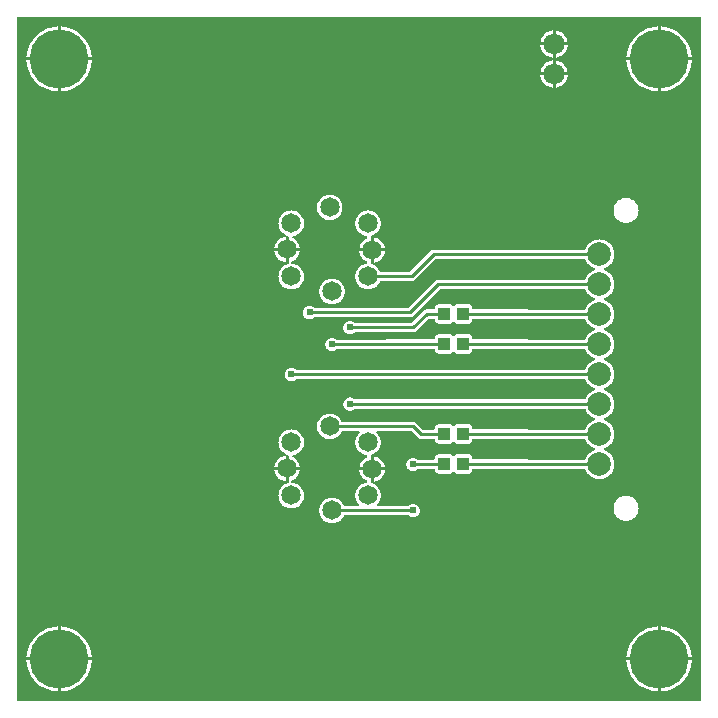
<source format=gtl>
G04 Layer: TopLayer*
G04 EasyEDA v6.5.32, 2023-07-25 14:04:49*
G04 8e188c12afc0457c9e824fecad8258c0,5a6b42c53f6a479593ecc07194224c93,10*
G04 Gerber Generator version 0.2*
G04 Scale: 100 percent, Rotated: No, Reflected: No *
G04 Dimensions in millimeters *
G04 leading zeros omitted , absolute positions ,4 integer and 5 decimal *
%FSLAX45Y45*%
%MOMM*%

%ADD10C,0.2540*%
%ADD11R,1.0000X1.1000*%
%ADD12C,1.6500*%
%ADD13C,5.0000*%
%ADD14C,2.0000*%
%ADD15C,1.8000*%
%ADD16C,0.6096*%
%ADD17C,0.0125*%

%LPD*%
G36*
X5805932Y25908D02*
G01*
X36068Y26416D01*
X32156Y27178D01*
X28905Y29362D01*
X26670Y32664D01*
X25908Y36576D01*
X25908Y5805932D01*
X26670Y5809843D01*
X28905Y5813094D01*
X32156Y5815330D01*
X36068Y5816092D01*
X5805932Y5816092D01*
X5809843Y5815330D01*
X5813094Y5813094D01*
X5815330Y5809843D01*
X5816092Y5805932D01*
X5816092Y36068D01*
X5815330Y32207D01*
X5813094Y28905D01*
X5809843Y26670D01*
G37*

%LPC*%
G36*
X4584700Y5600700D02*
G01*
X4687112Y5600700D01*
X4686960Y5602528D01*
X4684268Y5616803D01*
X4679746Y5630672D01*
X4673549Y5643829D01*
X4665776Y5656122D01*
X4656480Y5667349D01*
X4645863Y5677306D01*
X4634077Y5685840D01*
X4621326Y5692851D01*
X4607814Y5698236D01*
X4593691Y5701842D01*
X4584700Y5702960D01*
G37*
G36*
X393700Y105562D02*
G01*
X398322Y105664D01*
X421284Y108051D01*
X443992Y112369D01*
X466242Y118618D01*
X487934Y126644D01*
X508812Y136499D01*
X528828Y148031D01*
X547827Y161239D01*
X565607Y175971D01*
X582117Y192125D01*
X597204Y209600D01*
X610819Y228295D01*
X622757Y248107D01*
X633018Y268782D01*
X641553Y290271D01*
X648208Y312369D01*
X653034Y334975D01*
X655929Y357936D01*
X656336Y368300D01*
X393700Y368300D01*
G37*
G36*
X5448300Y105613D02*
G01*
X5448300Y368300D01*
X5185410Y368300D01*
X5187289Y346405D01*
X5191150Y323646D01*
X5196890Y301244D01*
X5204460Y279450D01*
X5213858Y258317D01*
X5224983Y238099D01*
X5237784Y218846D01*
X5252161Y200710D01*
X5267960Y183896D01*
X5285130Y168402D01*
X5303520Y154432D01*
X5323027Y142087D01*
X5343499Y131368D01*
X5364835Y122428D01*
X5386781Y115265D01*
X5409285Y109982D01*
X5432145Y106629D01*
G37*
G36*
X368300Y105613D02*
G01*
X368300Y368300D01*
X105410Y368300D01*
X107289Y346405D01*
X111150Y323646D01*
X116890Y301244D01*
X124460Y279450D01*
X133858Y258317D01*
X144983Y238099D01*
X157784Y218846D01*
X172161Y200710D01*
X187960Y183896D01*
X205130Y168402D01*
X223520Y154432D01*
X243027Y142087D01*
X263499Y131368D01*
X284835Y122428D01*
X306781Y115265D01*
X329285Y109982D01*
X352145Y106629D01*
G37*
G36*
X5473700Y393700D02*
G01*
X5736336Y393700D01*
X5735929Y404063D01*
X5733034Y427024D01*
X5728208Y449630D01*
X5721553Y471728D01*
X5713018Y493217D01*
X5702757Y513892D01*
X5690819Y533704D01*
X5677204Y552348D01*
X5662117Y569874D01*
X5645607Y586028D01*
X5627827Y600760D01*
X5608828Y613968D01*
X5588812Y625500D01*
X5567934Y635355D01*
X5546242Y643382D01*
X5523992Y649630D01*
X5501284Y653948D01*
X5478322Y656336D01*
X5473700Y656437D01*
G37*
G36*
X393700Y393700D02*
G01*
X656336Y393700D01*
X655929Y404063D01*
X653034Y427024D01*
X648208Y449630D01*
X641553Y471728D01*
X633018Y493217D01*
X622757Y513892D01*
X610819Y533704D01*
X597204Y552348D01*
X582117Y569874D01*
X565607Y586028D01*
X547827Y600760D01*
X528828Y613968D01*
X508812Y625500D01*
X487934Y635355D01*
X466242Y643382D01*
X443992Y649630D01*
X421284Y653948D01*
X398322Y656336D01*
X393700Y656437D01*
G37*
G36*
X5185410Y393700D02*
G01*
X5448300Y393700D01*
X5448300Y656386D01*
X5432145Y655370D01*
X5409285Y652018D01*
X5386781Y646734D01*
X5364835Y639572D01*
X5343499Y630631D01*
X5323027Y619912D01*
X5303520Y607568D01*
X5285130Y593598D01*
X5267960Y578104D01*
X5252161Y561289D01*
X5237784Y543153D01*
X5224983Y523900D01*
X5213858Y503682D01*
X5204460Y482549D01*
X5196890Y460756D01*
X5191150Y438353D01*
X5187289Y415594D01*
G37*
G36*
X105410Y393700D02*
G01*
X368300Y393700D01*
X368300Y656386D01*
X352145Y655370D01*
X329285Y652018D01*
X306781Y646734D01*
X284835Y639572D01*
X263499Y630631D01*
X243027Y619912D01*
X223520Y607568D01*
X205130Y593598D01*
X187960Y578104D01*
X172161Y561289D01*
X157784Y543153D01*
X144983Y523900D01*
X133858Y503682D01*
X124460Y482549D01*
X116890Y460756D01*
X111150Y438353D01*
X107289Y415594D01*
G37*
G36*
X2692400Y1529892D02*
G01*
X2706522Y1530858D01*
X2720441Y1533601D01*
X2733852Y1538173D01*
X2746552Y1544421D01*
X2758389Y1552295D01*
X2769006Y1561642D01*
X2778353Y1572310D01*
X2786227Y1584096D01*
X2791155Y1594002D01*
X2793390Y1596999D01*
X2796590Y1598980D01*
X2800248Y1599692D01*
X3333191Y1599692D01*
X3337102Y1598930D01*
X3340404Y1596694D01*
X3341979Y1595120D01*
X3350006Y1589481D01*
X3358946Y1585366D01*
X3368395Y1582826D01*
X3378200Y1581962D01*
X3388004Y1582826D01*
X3397453Y1585366D01*
X3406394Y1589481D01*
X3414420Y1595120D01*
X3421379Y1602079D01*
X3427018Y1610106D01*
X3431133Y1619046D01*
X3433673Y1628495D01*
X3434537Y1638300D01*
X3433673Y1648104D01*
X3431133Y1657553D01*
X3427018Y1666493D01*
X3421379Y1674520D01*
X3414420Y1681480D01*
X3406394Y1687118D01*
X3397453Y1691233D01*
X3388004Y1693773D01*
X3378200Y1694637D01*
X3368395Y1693773D01*
X3358946Y1691233D01*
X3350006Y1687118D01*
X3341979Y1681480D01*
X3340404Y1679905D01*
X3337102Y1677670D01*
X3333191Y1676907D01*
X3085947Y1676907D01*
X3082137Y1677619D01*
X3078937Y1679702D01*
X3076702Y1682851D01*
X3075787Y1686610D01*
X3076346Y1690420D01*
X3078327Y1693773D01*
X3083153Y1699310D01*
X3091027Y1711096D01*
X3097326Y1723796D01*
X3101898Y1737258D01*
X3104642Y1751126D01*
X3105556Y1765300D01*
X3104642Y1779422D01*
X3101898Y1793341D01*
X3097326Y1806752D01*
X3091027Y1819503D01*
X3083153Y1831289D01*
X3073806Y1841957D01*
X3063189Y1851304D01*
X3051352Y1859178D01*
X3042361Y1863598D01*
X3038906Y1866392D01*
X3038094Y1868017D01*
X3035300Y1867357D01*
X3031490Y1867865D01*
X3026410Y1869592D01*
X3022854Y1871725D01*
X3020415Y1875129D01*
X3019552Y1879193D01*
X3019552Y1977643D01*
X2924708Y1977643D01*
X2924759Y1976170D01*
X2927553Y1962302D01*
X2932125Y1948840D01*
X2938373Y1936140D01*
X2946247Y1924354D01*
X2955594Y1913686D01*
X2966262Y1904339D01*
X2978048Y1896465D01*
X2987090Y1891995D01*
X2990494Y1889252D01*
X2992475Y1885340D01*
X2992577Y1880920D01*
X2990799Y1876907D01*
X2987497Y1874012D01*
X2983026Y1872742D01*
X2969107Y1869998D01*
X2955696Y1865426D01*
X2942996Y1859178D01*
X2931210Y1851304D01*
X2920542Y1841957D01*
X2911195Y1831289D01*
X2903321Y1819503D01*
X2897073Y1806752D01*
X2892501Y1793341D01*
X2889707Y1779422D01*
X2888792Y1765300D01*
X2889707Y1751126D01*
X2892501Y1737258D01*
X2897073Y1723796D01*
X2903321Y1711096D01*
X2911195Y1699310D01*
X2916072Y1693773D01*
X2918002Y1690420D01*
X2918561Y1686610D01*
X2917698Y1682851D01*
X2915462Y1679702D01*
X2912211Y1677619D01*
X2908401Y1676907D01*
X2800248Y1676907D01*
X2796590Y1677619D01*
X2793390Y1679549D01*
X2791155Y1682546D01*
X2786227Y1692503D01*
X2778353Y1704289D01*
X2769006Y1714957D01*
X2758389Y1724304D01*
X2746552Y1732178D01*
X2733852Y1738426D01*
X2720441Y1742998D01*
X2706522Y1745742D01*
X2692400Y1746656D01*
X2678226Y1745742D01*
X2664307Y1742998D01*
X2650896Y1738426D01*
X2638196Y1732178D01*
X2626410Y1724304D01*
X2615742Y1714957D01*
X2606395Y1704289D01*
X2598521Y1692503D01*
X2592273Y1679752D01*
X2587701Y1666341D01*
X2584907Y1652422D01*
X2583992Y1638300D01*
X2584907Y1624126D01*
X2587701Y1610258D01*
X2592273Y1596796D01*
X2598521Y1584096D01*
X2606395Y1572310D01*
X2615742Y1561642D01*
X2626410Y1552295D01*
X2638196Y1544421D01*
X2650896Y1538173D01*
X2664307Y1533601D01*
X2678226Y1530858D01*
G37*
G36*
X5181600Y1551736D02*
G01*
X5195417Y1552600D01*
X5208981Y1555343D01*
X5222138Y1559763D01*
X5234533Y1565910D01*
X5246065Y1573580D01*
X5256479Y1582724D01*
X5265623Y1593138D01*
X5273294Y1604670D01*
X5279440Y1617065D01*
X5283860Y1630222D01*
X5286603Y1643786D01*
X5287467Y1657604D01*
X5286603Y1671421D01*
X5283860Y1684985D01*
X5279440Y1698142D01*
X5273294Y1710537D01*
X5265623Y1722069D01*
X5256479Y1732483D01*
X5246065Y1741627D01*
X5234533Y1749298D01*
X5222138Y1755444D01*
X5208981Y1759864D01*
X5195417Y1762607D01*
X5181600Y1763471D01*
X5167782Y1762607D01*
X5154218Y1759864D01*
X5141061Y1755444D01*
X5128666Y1749298D01*
X5117134Y1741627D01*
X5106720Y1732483D01*
X5097576Y1722069D01*
X5089906Y1710537D01*
X5083759Y1698142D01*
X5079339Y1684985D01*
X5076596Y1671421D01*
X5075732Y1657604D01*
X5076596Y1643786D01*
X5079339Y1630222D01*
X5083759Y1617065D01*
X5089906Y1604670D01*
X5097576Y1593138D01*
X5106720Y1582724D01*
X5117134Y1573580D01*
X5128666Y1565910D01*
X5141061Y1559763D01*
X5154218Y1555343D01*
X5167782Y1552600D01*
G37*
G36*
X4456887Y5600700D02*
G01*
X4559300Y5600700D01*
X4559300Y5702960D01*
X4550308Y5701842D01*
X4536186Y5698236D01*
X4522673Y5692851D01*
X4509922Y5685840D01*
X4498136Y5677306D01*
X4487519Y5667349D01*
X4478223Y5656122D01*
X4470450Y5643829D01*
X4464253Y5630672D01*
X4459732Y5616803D01*
X4457039Y5602528D01*
G37*
G36*
X2347214Y1656892D02*
G01*
X2361336Y1657857D01*
X2375255Y1660601D01*
X2388666Y1665173D01*
X2401366Y1671421D01*
X2413203Y1679295D01*
X2423820Y1688642D01*
X2433167Y1699310D01*
X2441041Y1711096D01*
X2447340Y1723796D01*
X2451912Y1737258D01*
X2454656Y1751126D01*
X2455570Y1765300D01*
X2454656Y1779422D01*
X2451912Y1793341D01*
X2447340Y1806752D01*
X2441041Y1819503D01*
X2433167Y1831289D01*
X2423820Y1841957D01*
X2413203Y1851304D01*
X2401366Y1859178D01*
X2388666Y1865426D01*
X2375255Y1869998D01*
X2361336Y1872742D01*
X2353310Y1873300D01*
X2349500Y1874316D01*
X2346350Y1876704D01*
X2344369Y1880158D01*
X2343861Y1884070D01*
X2344877Y1887931D01*
X2347315Y1891030D01*
X2350719Y1893062D01*
X2352852Y1893773D01*
X2365552Y1900021D01*
X2377389Y1907895D01*
X2388006Y1917242D01*
X2397353Y1927910D01*
X2405227Y1939696D01*
X2411526Y1952396D01*
X2416098Y1965858D01*
X2418842Y1979726D01*
X2418943Y1981200D01*
X2324100Y1981200D01*
X2324100Y1878939D01*
X2323236Y1874875D01*
X2320798Y1871472D01*
X2317191Y1869338D01*
X2312111Y1867611D01*
X2309825Y1867255D01*
X2305710Y1865426D01*
X2293010Y1859178D01*
X2281224Y1851304D01*
X2270556Y1841957D01*
X2261209Y1831289D01*
X2253335Y1819503D01*
X2247087Y1806752D01*
X2242515Y1793341D01*
X2239721Y1779422D01*
X2238806Y1765300D01*
X2239721Y1751126D01*
X2242515Y1737258D01*
X2247087Y1723796D01*
X2253335Y1711096D01*
X2261209Y1699310D01*
X2270556Y1688642D01*
X2281224Y1679295D01*
X2293010Y1671421D01*
X2305710Y1665173D01*
X2319121Y1660601D01*
X2333040Y1657857D01*
G37*
G36*
X105410Y5473700D02*
G01*
X368300Y5473700D01*
X368300Y5736386D01*
X352145Y5735370D01*
X329285Y5732018D01*
X306781Y5726734D01*
X284835Y5719572D01*
X263499Y5710631D01*
X243027Y5699912D01*
X223520Y5687568D01*
X205130Y5673598D01*
X187960Y5658104D01*
X172161Y5641289D01*
X157784Y5623153D01*
X144983Y5603900D01*
X133858Y5583682D01*
X124460Y5562549D01*
X116890Y5540756D01*
X111150Y5518353D01*
X107289Y5495594D01*
G37*
G36*
X5185410Y5473700D02*
G01*
X5448300Y5473700D01*
X5448300Y5736386D01*
X5432145Y5735370D01*
X5409285Y5732018D01*
X5386781Y5726734D01*
X5364835Y5719572D01*
X5343499Y5710631D01*
X5323027Y5699912D01*
X5303520Y5687568D01*
X5285130Y5673598D01*
X5267960Y5658104D01*
X5252161Y5641289D01*
X5237784Y5623153D01*
X5224983Y5603900D01*
X5213858Y5583682D01*
X5204460Y5562549D01*
X5196890Y5540756D01*
X5191150Y5518353D01*
X5187289Y5495594D01*
G37*
G36*
X5473700Y5473700D02*
G01*
X5736336Y5473700D01*
X5735929Y5484063D01*
X5733034Y5507024D01*
X5728208Y5529630D01*
X5721553Y5551728D01*
X5713018Y5573217D01*
X5702757Y5593892D01*
X5690819Y5613704D01*
X5677204Y5632348D01*
X5662117Y5649874D01*
X5645607Y5666028D01*
X5627827Y5680760D01*
X5608828Y5693968D01*
X5588812Y5705500D01*
X5567934Y5715355D01*
X5546242Y5723382D01*
X5523992Y5729630D01*
X5501284Y5733948D01*
X5478322Y5736336D01*
X5473700Y5736437D01*
G37*
G36*
X3044952Y1882495D02*
G01*
X3060293Y1885645D01*
X3073704Y1890217D01*
X3086404Y1896465D01*
X3098241Y1904339D01*
X3108858Y1913686D01*
X3118205Y1924354D01*
X3126079Y1936140D01*
X3132378Y1948840D01*
X3136950Y1962302D01*
X3139694Y1976170D01*
X3139795Y1977643D01*
X3044952Y1977643D01*
G37*
G36*
X2298700Y1886356D02*
G01*
X2298700Y1981200D01*
X2203856Y1981200D01*
X2203907Y1979726D01*
X2206701Y1965858D01*
X2211273Y1952396D01*
X2217521Y1939696D01*
X2225395Y1927910D01*
X2234742Y1917242D01*
X2245410Y1907895D01*
X2257196Y1900021D01*
X2269896Y1893773D01*
X2283307Y1889201D01*
X2297226Y1886457D01*
G37*
G36*
X4956606Y1903323D02*
G01*
X4971745Y1904238D01*
X4986731Y1906981D01*
X5001209Y1911502D01*
X5015077Y1917750D01*
X5028082Y1925574D01*
X5040071Y1934972D01*
X5050840Y1945741D01*
X5060188Y1957679D01*
X5068062Y1970684D01*
X5074310Y1984552D01*
X5078831Y1999081D01*
X5081574Y2014016D01*
X5082489Y2029206D01*
X5081574Y2044395D01*
X5078831Y2059330D01*
X5074310Y2073859D01*
X5068062Y2087676D01*
X5060188Y2100732D01*
X5050840Y2112670D01*
X5040071Y2123440D01*
X5028082Y2132787D01*
X5015077Y2140661D01*
X5001158Y2146909D01*
X4998008Y2149144D01*
X4995926Y2152396D01*
X4995164Y2156206D01*
X4995926Y2160016D01*
X4998008Y2163216D01*
X5001158Y2165451D01*
X5015077Y2171750D01*
X5028082Y2179574D01*
X5040071Y2188972D01*
X5050840Y2199741D01*
X5060188Y2211679D01*
X5068062Y2224684D01*
X5074310Y2238552D01*
X5078831Y2253081D01*
X5081574Y2268016D01*
X5082489Y2283206D01*
X5081574Y2298395D01*
X5078831Y2313330D01*
X5074310Y2327859D01*
X5068062Y2341676D01*
X5060188Y2354732D01*
X5050840Y2366670D01*
X5040071Y2377440D01*
X5028082Y2386787D01*
X5015077Y2394661D01*
X5001158Y2400909D01*
X4998008Y2403144D01*
X4995926Y2406396D01*
X4995164Y2410206D01*
X4995926Y2414016D01*
X4998008Y2417216D01*
X5001158Y2419451D01*
X5015077Y2425750D01*
X5028082Y2433574D01*
X5040071Y2442972D01*
X5050840Y2453741D01*
X5060188Y2465679D01*
X5068062Y2478684D01*
X5074310Y2492552D01*
X5078831Y2507081D01*
X5081574Y2522016D01*
X5082489Y2537206D01*
X5081574Y2552395D01*
X5078831Y2567330D01*
X5074310Y2581859D01*
X5068062Y2595676D01*
X5060188Y2608732D01*
X5050840Y2620670D01*
X5040071Y2631440D01*
X5028082Y2640787D01*
X5015077Y2648661D01*
X5001158Y2654909D01*
X4998008Y2657144D01*
X4995926Y2660396D01*
X4995164Y2664206D01*
X4995926Y2668016D01*
X4998008Y2671216D01*
X5001158Y2673451D01*
X5015077Y2679750D01*
X5028082Y2687574D01*
X5040071Y2696972D01*
X5050840Y2707741D01*
X5060188Y2719679D01*
X5068062Y2732684D01*
X5074310Y2746552D01*
X5078831Y2761081D01*
X5081574Y2776016D01*
X5082489Y2791206D01*
X5081574Y2806395D01*
X5078831Y2821330D01*
X5074310Y2835859D01*
X5068062Y2849676D01*
X5060188Y2862732D01*
X5050840Y2874670D01*
X5040071Y2885440D01*
X5028082Y2894787D01*
X5015077Y2902661D01*
X5001158Y2908909D01*
X4998008Y2911144D01*
X4995926Y2914396D01*
X4995164Y2918206D01*
X4995926Y2922016D01*
X4998008Y2925216D01*
X5001158Y2927451D01*
X5015077Y2933750D01*
X5028082Y2941574D01*
X5040071Y2950972D01*
X5050840Y2961741D01*
X5060188Y2973679D01*
X5068062Y2986684D01*
X5074310Y3000552D01*
X5078831Y3015081D01*
X5081574Y3030016D01*
X5082489Y3045206D01*
X5081574Y3060395D01*
X5078831Y3075330D01*
X5074310Y3089859D01*
X5068062Y3103676D01*
X5060188Y3116732D01*
X5050840Y3128670D01*
X5040071Y3139440D01*
X5028082Y3148787D01*
X5015077Y3156661D01*
X5001158Y3162909D01*
X4998008Y3165144D01*
X4995926Y3168396D01*
X4995164Y3172206D01*
X4995926Y3176016D01*
X4998008Y3179216D01*
X5001158Y3181451D01*
X5015077Y3187750D01*
X5028082Y3195574D01*
X5040071Y3204972D01*
X5050840Y3215741D01*
X5060188Y3227679D01*
X5068062Y3240684D01*
X5074310Y3254552D01*
X5078831Y3269081D01*
X5081574Y3284016D01*
X5082489Y3299206D01*
X5081574Y3314395D01*
X5078831Y3329330D01*
X5074310Y3343859D01*
X5068062Y3357676D01*
X5060188Y3370732D01*
X5050840Y3382670D01*
X5040071Y3393440D01*
X5028082Y3402787D01*
X5015077Y3410661D01*
X5001158Y3416909D01*
X4998008Y3419144D01*
X4995926Y3422396D01*
X4995164Y3426206D01*
X4995926Y3430015D01*
X4998008Y3433216D01*
X5001158Y3435451D01*
X5015077Y3441750D01*
X5028082Y3449574D01*
X5040071Y3458972D01*
X5050840Y3469741D01*
X5060188Y3481679D01*
X5068062Y3494684D01*
X5074310Y3508552D01*
X5078831Y3523081D01*
X5081574Y3538016D01*
X5082489Y3553206D01*
X5081574Y3568395D01*
X5078831Y3583330D01*
X5074310Y3597859D01*
X5068062Y3611676D01*
X5060188Y3624732D01*
X5050840Y3636670D01*
X5040071Y3647440D01*
X5028082Y3656787D01*
X5015077Y3664661D01*
X5001158Y3670909D01*
X4998008Y3673144D01*
X4995926Y3676396D01*
X4995164Y3680206D01*
X4995926Y3684015D01*
X4998008Y3687216D01*
X5001158Y3689451D01*
X5015077Y3695750D01*
X5028082Y3703574D01*
X5040071Y3712972D01*
X5050840Y3723741D01*
X5060188Y3735679D01*
X5068062Y3748684D01*
X5074310Y3762552D01*
X5078831Y3777081D01*
X5081574Y3792016D01*
X5082489Y3807206D01*
X5081574Y3822395D01*
X5078831Y3837330D01*
X5074310Y3851859D01*
X5068062Y3865676D01*
X5060188Y3878732D01*
X5050840Y3890670D01*
X5040071Y3901440D01*
X5028082Y3910787D01*
X5015077Y3918661D01*
X5001209Y3924909D01*
X4986731Y3929430D01*
X4971745Y3932174D01*
X4956606Y3933088D01*
X4941417Y3932174D01*
X4926482Y3929430D01*
X4911953Y3924909D01*
X4898085Y3918661D01*
X4885080Y3910787D01*
X4873091Y3901440D01*
X4862372Y3890670D01*
X4852974Y3878732D01*
X4845100Y3865676D01*
X4838852Y3851808D01*
X4836617Y3848658D01*
X4833416Y3846525D01*
X4829606Y3845814D01*
X3553714Y3845814D01*
X3545687Y3845001D01*
X3538423Y3842816D01*
X3531768Y3839260D01*
X3525570Y3834129D01*
X3352495Y3661105D01*
X3349193Y3658870D01*
X3345281Y3658108D01*
X3105048Y3658108D01*
X3101390Y3658819D01*
X3098190Y3660749D01*
X3095955Y3663746D01*
X3091027Y3673703D01*
X3083153Y3685489D01*
X3073806Y3696106D01*
X3063189Y3705453D01*
X3051352Y3713378D01*
X3042361Y3717798D01*
X3038906Y3720541D01*
X3038094Y3722217D01*
X3035300Y3721506D01*
X3031490Y3722065D01*
X3026410Y3723792D01*
X3022854Y3725926D01*
X3020415Y3729329D01*
X3019552Y3733393D01*
X3019552Y3831844D01*
X2924708Y3831844D01*
X2924759Y3830370D01*
X2927553Y3816502D01*
X2932125Y3803040D01*
X2938373Y3790340D01*
X2946247Y3778554D01*
X2955594Y3767886D01*
X2966262Y3758539D01*
X2978048Y3750665D01*
X2987090Y3746195D01*
X2990494Y3743451D01*
X2992475Y3739540D01*
X2992577Y3735120D01*
X2990799Y3731107D01*
X2987497Y3728212D01*
X2983026Y3726942D01*
X2969107Y3724198D01*
X2955696Y3719626D01*
X2942996Y3713378D01*
X2931210Y3705453D01*
X2920542Y3696106D01*
X2911195Y3685489D01*
X2903321Y3673703D01*
X2897073Y3660952D01*
X2892501Y3647541D01*
X2889707Y3633622D01*
X2888792Y3619500D01*
X2889707Y3605326D01*
X2892501Y3591458D01*
X2897073Y3577996D01*
X2903321Y3565296D01*
X2911195Y3553510D01*
X2920542Y3542842D01*
X2931210Y3533495D01*
X2942996Y3525621D01*
X2955696Y3519373D01*
X2969107Y3514801D01*
X2983026Y3512007D01*
X2997200Y3511092D01*
X3011322Y3512007D01*
X3025241Y3514801D01*
X3038652Y3519373D01*
X3051352Y3525621D01*
X3063189Y3533495D01*
X3073806Y3542842D01*
X3083153Y3553510D01*
X3091027Y3565296D01*
X3095955Y3575202D01*
X3098190Y3578199D01*
X3101390Y3580180D01*
X3105048Y3580892D01*
X3364992Y3580892D01*
X3373018Y3581654D01*
X3380232Y3583889D01*
X3386937Y3587445D01*
X3393135Y3592525D01*
X3566210Y3765600D01*
X3569512Y3767836D01*
X3573424Y3768598D01*
X4829606Y3768598D01*
X4833366Y3767886D01*
X4836617Y3765753D01*
X4838852Y3762603D01*
X4845100Y3748684D01*
X4852974Y3735679D01*
X4862372Y3723741D01*
X4873091Y3712972D01*
X4885080Y3703574D01*
X4898085Y3695750D01*
X4912004Y3689451D01*
X4915154Y3687216D01*
X4917287Y3684015D01*
X4917998Y3680206D01*
X4917287Y3676396D01*
X4915154Y3673144D01*
X4912004Y3670909D01*
X4898085Y3664661D01*
X4885080Y3656787D01*
X4873091Y3647440D01*
X4862372Y3636670D01*
X4852974Y3624732D01*
X4845100Y3611676D01*
X4838852Y3597808D01*
X4836617Y3594658D01*
X4833416Y3592525D01*
X4829606Y3591814D01*
X3591814Y3591814D01*
X3583787Y3591001D01*
X3576523Y3588816D01*
X3569868Y3585260D01*
X3563620Y3580129D01*
X3339795Y3356305D01*
X3336493Y3354070D01*
X3332581Y3353308D01*
X2546858Y3353308D01*
X2542997Y3354070D01*
X2539695Y3356305D01*
X2538120Y3357879D01*
X2530094Y3363468D01*
X2521153Y3367633D01*
X2511704Y3370173D01*
X2501900Y3371037D01*
X2492095Y3370173D01*
X2482646Y3367633D01*
X2473706Y3363468D01*
X2465679Y3357879D01*
X2458720Y3350920D01*
X2453081Y3342843D01*
X2448966Y3333953D01*
X2446426Y3324453D01*
X2445562Y3314700D01*
X2446426Y3304895D01*
X2448966Y3295396D01*
X2453081Y3286506D01*
X2458720Y3278479D01*
X2465679Y3271520D01*
X2473706Y3265881D01*
X2482646Y3261766D01*
X2492095Y3259175D01*
X2501900Y3258362D01*
X2511704Y3259175D01*
X2521153Y3261766D01*
X2530094Y3265881D01*
X2538120Y3271520D01*
X2539695Y3273094D01*
X2542997Y3275329D01*
X2546908Y3276092D01*
X3352292Y3276092D01*
X3360318Y3276904D01*
X3367532Y3279089D01*
X3374237Y3282645D01*
X3380435Y3287776D01*
X3604310Y3511600D01*
X3607612Y3513836D01*
X3611473Y3514598D01*
X4829606Y3514598D01*
X4833366Y3513836D01*
X4836617Y3511753D01*
X4838852Y3508603D01*
X4845100Y3494684D01*
X4852974Y3481679D01*
X4862372Y3469741D01*
X4873091Y3458972D01*
X4885080Y3449574D01*
X4898085Y3441750D01*
X4912004Y3435451D01*
X4915154Y3433216D01*
X4917287Y3430015D01*
X4917998Y3426206D01*
X4917287Y3422396D01*
X4915154Y3419144D01*
X4912004Y3416909D01*
X4898085Y3410661D01*
X4885080Y3402787D01*
X4873091Y3393440D01*
X4862372Y3382670D01*
X4852974Y3370732D01*
X4845100Y3357676D01*
X4839004Y3344113D01*
X4836769Y3340963D01*
X4833518Y3338829D01*
X4829708Y3338118D01*
X3887114Y3340404D01*
X3883253Y3341166D01*
X3879951Y3343401D01*
X3877767Y3346653D01*
X3877005Y3350564D01*
X3877005Y3356406D01*
X3876294Y3362756D01*
X3874363Y3368192D01*
X3871264Y3373120D01*
X3867200Y3377184D01*
X3862273Y3380282D01*
X3856837Y3382162D01*
X3850487Y3382873D01*
X3751630Y3382873D01*
X3745331Y3382162D01*
X3739845Y3380282D01*
X3734968Y3377184D01*
X3730853Y3373120D01*
X3729685Y3371189D01*
X3726891Y3368243D01*
X3723132Y3366668D01*
X3719068Y3366668D01*
X3715308Y3368243D01*
X3712464Y3371189D01*
X3711295Y3373120D01*
X3707180Y3377184D01*
X3702304Y3380282D01*
X3696817Y3382162D01*
X3690518Y3382873D01*
X3591661Y3382873D01*
X3585311Y3382162D01*
X3579876Y3380282D01*
X3574999Y3377184D01*
X3570884Y3373120D01*
X3567785Y3368192D01*
X3565906Y3362756D01*
X3565194Y3356406D01*
X3565194Y3350768D01*
X3564382Y3346856D01*
X3562197Y3343605D01*
X3558895Y3341370D01*
X3555034Y3340608D01*
X3493008Y3340608D01*
X3484981Y3339795D01*
X3477717Y3337610D01*
X3471062Y3334054D01*
X3464864Y3328924D01*
X3365144Y3229254D01*
X3361893Y3227070D01*
X3357981Y3226308D01*
X2889808Y3226308D01*
X2885897Y3227070D01*
X2882595Y3229254D01*
X2881020Y3230880D01*
X2872994Y3236518D01*
X2864053Y3240633D01*
X2854604Y3243173D01*
X2844800Y3244037D01*
X2834995Y3243173D01*
X2825546Y3240633D01*
X2816606Y3236518D01*
X2808579Y3230880D01*
X2801620Y3223920D01*
X2795981Y3215894D01*
X2791866Y3206953D01*
X2789326Y3197504D01*
X2788462Y3187700D01*
X2789326Y3177895D01*
X2791866Y3168446D01*
X2795981Y3159506D01*
X2801620Y3151479D01*
X2808579Y3144520D01*
X2816606Y3138881D01*
X2825546Y3134766D01*
X2834995Y3132226D01*
X2844800Y3131362D01*
X2854604Y3132226D01*
X2864053Y3134766D01*
X2872994Y3138881D01*
X2881020Y3144520D01*
X2882595Y3146094D01*
X2885897Y3148330D01*
X2889758Y3149092D01*
X3377692Y3149092D01*
X3385718Y3149854D01*
X3392932Y3152089D01*
X3399586Y3155645D01*
X3405835Y3160725D01*
X3505504Y3260394D01*
X3508806Y3262629D01*
X3512667Y3263392D01*
X3555034Y3263392D01*
X3558895Y3262629D01*
X3562197Y3260394D01*
X3564382Y3257092D01*
X3565194Y3253232D01*
X3565194Y3247542D01*
X3565906Y3241243D01*
X3567785Y3235756D01*
X3570884Y3230880D01*
X3574999Y3226765D01*
X3579876Y3223717D01*
X3585311Y3221786D01*
X3591661Y3221075D01*
X3690518Y3221075D01*
X3696817Y3221786D01*
X3702304Y3223717D01*
X3707180Y3226765D01*
X3711295Y3230880D01*
X3712464Y3232759D01*
X3715308Y3235706D01*
X3719068Y3237331D01*
X3723132Y3237331D01*
X3726891Y3235706D01*
X3729685Y3232759D01*
X3730853Y3230880D01*
X3734968Y3226765D01*
X3739845Y3223717D01*
X3745331Y3221786D01*
X3751630Y3221075D01*
X3850487Y3221075D01*
X3856837Y3221786D01*
X3862273Y3223717D01*
X3867200Y3226765D01*
X3871264Y3230880D01*
X3874363Y3235756D01*
X3876294Y3241243D01*
X3877005Y3247542D01*
X3877005Y3253028D01*
X3877767Y3256889D01*
X3879951Y3260191D01*
X3883253Y3262426D01*
X3887165Y3263188D01*
X4829505Y3260902D01*
X4833264Y3260140D01*
X4836515Y3258058D01*
X4838700Y3254908D01*
X4845100Y3240684D01*
X4852974Y3227679D01*
X4862372Y3215741D01*
X4873091Y3204972D01*
X4885080Y3195574D01*
X4898085Y3187750D01*
X4912004Y3181451D01*
X4915154Y3179216D01*
X4917287Y3176016D01*
X4917998Y3172206D01*
X4917287Y3168396D01*
X4915154Y3165144D01*
X4912004Y3162909D01*
X4898085Y3156661D01*
X4885080Y3148787D01*
X4873091Y3139440D01*
X4862372Y3128670D01*
X4852974Y3116732D01*
X4845100Y3103676D01*
X4839004Y3090113D01*
X4836769Y3086963D01*
X4833518Y3084830D01*
X4829708Y3084118D01*
X3887114Y3086404D01*
X3883253Y3087166D01*
X3879951Y3089402D01*
X3877767Y3092653D01*
X3877005Y3096564D01*
X3877005Y3102406D01*
X3876294Y3108756D01*
X3874363Y3114192D01*
X3871264Y3119120D01*
X3867200Y3123184D01*
X3862273Y3126282D01*
X3856837Y3128213D01*
X3850487Y3128924D01*
X3751630Y3128924D01*
X3745331Y3128213D01*
X3739845Y3126282D01*
X3734968Y3123184D01*
X3730853Y3119120D01*
X3729685Y3117240D01*
X3726891Y3114294D01*
X3723132Y3112668D01*
X3719068Y3112668D01*
X3715308Y3114294D01*
X3712464Y3117240D01*
X3711295Y3119120D01*
X3707180Y3123184D01*
X3702304Y3126282D01*
X3696817Y3128213D01*
X3690518Y3128924D01*
X3591661Y3128924D01*
X3585311Y3128213D01*
X3579876Y3126282D01*
X3574999Y3123184D01*
X3570884Y3119120D01*
X3567785Y3114192D01*
X3565906Y3108756D01*
X3565194Y3102406D01*
X3565194Y3096514D01*
X3564432Y3092602D01*
X3562197Y3089351D01*
X3558946Y3087116D01*
X3555034Y3086354D01*
X2737307Y3083966D01*
X2733395Y3084728D01*
X2730093Y3086912D01*
X2728620Y3088386D01*
X2720594Y3094024D01*
X2711653Y3098139D01*
X2702204Y3100679D01*
X2692400Y3101543D01*
X2682595Y3100679D01*
X2673146Y3098139D01*
X2664206Y3094024D01*
X2656179Y3088386D01*
X2649220Y3081426D01*
X2643581Y3073400D01*
X2639466Y3064459D01*
X2636926Y3055010D01*
X2636062Y3045206D01*
X2636926Y3035401D01*
X2639466Y3025952D01*
X2643581Y3017012D01*
X2649220Y3008985D01*
X2656179Y3002026D01*
X2664206Y2996387D01*
X2673146Y2992272D01*
X2682595Y2989732D01*
X2692400Y2988868D01*
X2702204Y2989732D01*
X2711653Y2992272D01*
X2720594Y2996387D01*
X2728620Y3002026D01*
X2730347Y3003753D01*
X2733598Y3005937D01*
X2737459Y3006750D01*
X3554984Y3009138D01*
X3558895Y3008376D01*
X3562197Y3006140D01*
X3564382Y3002889D01*
X3565194Y2998978D01*
X3565194Y2993542D01*
X3565906Y2987243D01*
X3567785Y2981756D01*
X3570884Y2976880D01*
X3574999Y2972765D01*
X3579876Y2969717D01*
X3585311Y2967786D01*
X3591661Y2967075D01*
X3690518Y2967075D01*
X3696817Y2967786D01*
X3702304Y2969717D01*
X3707180Y2972765D01*
X3711295Y2976880D01*
X3712464Y2978759D01*
X3715308Y2981706D01*
X3719068Y2983331D01*
X3723132Y2983331D01*
X3726891Y2981706D01*
X3729685Y2978759D01*
X3730853Y2976880D01*
X3734968Y2972765D01*
X3739845Y2969717D01*
X3745331Y2967786D01*
X3751630Y2967075D01*
X3850487Y2967075D01*
X3856837Y2967786D01*
X3862273Y2969717D01*
X3867200Y2972765D01*
X3871264Y2976880D01*
X3874363Y2981756D01*
X3876294Y2987243D01*
X3877005Y2993542D01*
X3877005Y2999028D01*
X3877767Y3002889D01*
X3879951Y3006191D01*
X3883253Y3008426D01*
X3887165Y3009188D01*
X4829505Y3006902D01*
X4833264Y3006140D01*
X4836515Y3004058D01*
X4838700Y3000908D01*
X4845100Y2986684D01*
X4852974Y2973679D01*
X4862372Y2961741D01*
X4873091Y2950972D01*
X4885080Y2941574D01*
X4898085Y2933750D01*
X4912004Y2927451D01*
X4915154Y2925216D01*
X4917287Y2922016D01*
X4917998Y2918206D01*
X4917287Y2914396D01*
X4915154Y2911144D01*
X4912004Y2908909D01*
X4898085Y2902661D01*
X4885080Y2894787D01*
X4873091Y2885440D01*
X4862372Y2874670D01*
X4852974Y2862732D01*
X4845100Y2849676D01*
X4838852Y2835808D01*
X4836617Y2832658D01*
X4833416Y2830525D01*
X4829606Y2829814D01*
X2392172Y2829814D01*
X2388311Y2830576D01*
X2385009Y2832760D01*
X2383434Y2834386D01*
X2375357Y2840024D01*
X2366467Y2844139D01*
X2356967Y2846679D01*
X2347163Y2847543D01*
X2337409Y2846679D01*
X2327910Y2844139D01*
X2319020Y2840024D01*
X2310942Y2834386D01*
X2304034Y2827426D01*
X2298395Y2819400D01*
X2294229Y2810459D01*
X2291689Y2801010D01*
X2290826Y2791206D01*
X2291689Y2781401D01*
X2294229Y2771952D01*
X2298395Y2763012D01*
X2304034Y2754985D01*
X2310942Y2748026D01*
X2319020Y2742387D01*
X2327910Y2738272D01*
X2337409Y2735732D01*
X2347163Y2734868D01*
X2356967Y2735732D01*
X2366467Y2738272D01*
X2375357Y2742387D01*
X2383434Y2748026D01*
X2385009Y2749600D01*
X2388260Y2751836D01*
X2392172Y2752598D01*
X4829606Y2752598D01*
X4833366Y2751886D01*
X4836617Y2749753D01*
X4838852Y2746603D01*
X4845100Y2732684D01*
X4852974Y2719679D01*
X4862372Y2707741D01*
X4873091Y2696972D01*
X4885080Y2687574D01*
X4898085Y2679750D01*
X4912004Y2673451D01*
X4915154Y2671216D01*
X4917287Y2668016D01*
X4917998Y2664206D01*
X4917287Y2660396D01*
X4915154Y2657144D01*
X4912004Y2654909D01*
X4898085Y2648661D01*
X4885080Y2640787D01*
X4873091Y2631440D01*
X4862372Y2620670D01*
X4852974Y2608732D01*
X4845100Y2595676D01*
X4840122Y2584602D01*
X4837887Y2581452D01*
X4834636Y2579319D01*
X4830876Y2578608D01*
X2889758Y2578608D01*
X2885897Y2579370D01*
X2882595Y2581605D01*
X2881020Y2583180D01*
X2872994Y2588818D01*
X2864053Y2592933D01*
X2854604Y2595473D01*
X2844800Y2596337D01*
X2834995Y2595473D01*
X2825546Y2592933D01*
X2816606Y2588818D01*
X2808579Y2583180D01*
X2801620Y2576220D01*
X2795981Y2568194D01*
X2791866Y2559253D01*
X2789326Y2549804D01*
X2788462Y2540000D01*
X2789326Y2530195D01*
X2791866Y2520746D01*
X2795981Y2511806D01*
X2801620Y2503779D01*
X2808579Y2496820D01*
X2816606Y2491181D01*
X2825546Y2487066D01*
X2834995Y2484526D01*
X2844800Y2483662D01*
X2854604Y2484526D01*
X2864053Y2487066D01*
X2872994Y2491181D01*
X2881020Y2496820D01*
X2882595Y2498394D01*
X2885897Y2500630D01*
X2889808Y2501392D01*
X4828641Y2501392D01*
X4832807Y2500477D01*
X4836261Y2497988D01*
X4838344Y2494229D01*
X4838903Y2492552D01*
X4845100Y2478684D01*
X4852974Y2465679D01*
X4862372Y2453741D01*
X4873091Y2442972D01*
X4885080Y2433574D01*
X4898085Y2425750D01*
X4912004Y2419451D01*
X4915154Y2417216D01*
X4917287Y2414016D01*
X4917998Y2410206D01*
X4917287Y2406396D01*
X4915154Y2403144D01*
X4912004Y2400909D01*
X4898085Y2394661D01*
X4885080Y2386787D01*
X4873091Y2377440D01*
X4862372Y2366670D01*
X4852974Y2354732D01*
X4845100Y2341676D01*
X4839004Y2328113D01*
X4836769Y2324963D01*
X4833518Y2322830D01*
X4829708Y2322118D01*
X3887114Y2324404D01*
X3883253Y2325166D01*
X3879951Y2327402D01*
X3877767Y2330653D01*
X3877005Y2334564D01*
X3877005Y2340406D01*
X3876294Y2346756D01*
X3874363Y2352192D01*
X3871264Y2357120D01*
X3867200Y2361184D01*
X3862273Y2364282D01*
X3856837Y2366213D01*
X3850487Y2366924D01*
X3751630Y2366924D01*
X3745331Y2366213D01*
X3739845Y2364282D01*
X3734968Y2361184D01*
X3730853Y2357120D01*
X3729685Y2355240D01*
X3726891Y2352294D01*
X3723132Y2350668D01*
X3719068Y2350668D01*
X3715308Y2352294D01*
X3712464Y2355240D01*
X3711295Y2357120D01*
X3707180Y2361184D01*
X3702304Y2364282D01*
X3696817Y2366213D01*
X3690518Y2366924D01*
X3591661Y2366924D01*
X3585311Y2366213D01*
X3579876Y2364282D01*
X3574999Y2361184D01*
X3570884Y2357120D01*
X3567785Y2352192D01*
X3565906Y2346756D01*
X3565194Y2340406D01*
X3565194Y2333548D01*
X3564432Y2329688D01*
X3562248Y2326386D01*
X3558997Y2324201D01*
X3555187Y2323388D01*
X3464560Y2322118D01*
X3460597Y2322830D01*
X3457194Y2325065D01*
X3405835Y2376424D01*
X3399637Y2381554D01*
X3392982Y2385110D01*
X3385769Y2387295D01*
X3377742Y2388108D01*
X2780080Y2388768D01*
X2776423Y2389428D01*
X2773273Y2391410D01*
X2770987Y2394407D01*
X2766060Y2404465D01*
X2758186Y2416251D01*
X2748838Y2426919D01*
X2738170Y2436266D01*
X2726385Y2444140D01*
X2713685Y2450388D01*
X2700223Y2454960D01*
X2686354Y2457704D01*
X2672181Y2458618D01*
X2658059Y2457704D01*
X2644140Y2454960D01*
X2630728Y2450388D01*
X2617978Y2444140D01*
X2606192Y2436266D01*
X2595575Y2426919D01*
X2586228Y2416251D01*
X2578303Y2404465D01*
X2572054Y2391714D01*
X2567482Y2378303D01*
X2564739Y2364384D01*
X2563825Y2350262D01*
X2564739Y2336088D01*
X2567482Y2322220D01*
X2572054Y2308758D01*
X2578303Y2296058D01*
X2586228Y2284272D01*
X2595575Y2273604D01*
X2606192Y2264257D01*
X2617978Y2256383D01*
X2630728Y2250135D01*
X2644140Y2245563D01*
X2658059Y2242820D01*
X2672181Y2241854D01*
X2686354Y2242820D01*
X2700223Y2245563D01*
X2713685Y2250135D01*
X2726385Y2256383D01*
X2738170Y2264257D01*
X2748838Y2273604D01*
X2758186Y2284272D01*
X2766060Y2296058D01*
X2770886Y2305862D01*
X2773121Y2308860D01*
X2776321Y2310841D01*
X2780030Y2311552D01*
X2915666Y2311400D01*
X2919628Y2310587D01*
X2922981Y2308250D01*
X2925165Y2304796D01*
X2925775Y2300782D01*
X2924810Y2296820D01*
X2922320Y2293569D01*
X2920542Y2292045D01*
X2911195Y2281377D01*
X2903321Y2269591D01*
X2897073Y2256840D01*
X2892501Y2243429D01*
X2889707Y2229510D01*
X2888792Y2215388D01*
X2889707Y2201214D01*
X2892501Y2187346D01*
X2897073Y2173884D01*
X2903321Y2161184D01*
X2911195Y2149398D01*
X2920542Y2138730D01*
X2931210Y2129383D01*
X2942996Y2121509D01*
X2955696Y2115261D01*
X2969107Y2110689D01*
X2983230Y2107895D01*
X2987497Y2106676D01*
X2990799Y2103780D01*
X2992577Y2099767D01*
X2992475Y2095347D01*
X2990494Y2091436D01*
X2987090Y2088642D01*
X2978048Y2084222D01*
X2966262Y2076348D01*
X2955594Y2067001D01*
X2946247Y2056333D01*
X2938373Y2044547D01*
X2932125Y2031796D01*
X2927553Y2018385D01*
X2924759Y2004466D01*
X2924708Y2003043D01*
X3019552Y2003043D01*
X3019552Y2101494D01*
X3020415Y2105558D01*
X3022854Y2108962D01*
X3026410Y2111095D01*
X3031490Y2112822D01*
X3035300Y2113330D01*
X3038094Y2112670D01*
X3038906Y2114296D01*
X3042361Y2117039D01*
X3051352Y2121509D01*
X3063189Y2129383D01*
X3073806Y2138730D01*
X3083153Y2149398D01*
X3091027Y2161184D01*
X3097326Y2173884D01*
X3101898Y2187346D01*
X3104642Y2201214D01*
X3105556Y2215388D01*
X3104642Y2229510D01*
X3101898Y2243429D01*
X3097326Y2256840D01*
X3091027Y2269591D01*
X3083153Y2281377D01*
X3073806Y2292045D01*
X3072231Y2293416D01*
X3069793Y2296668D01*
X3068777Y2300630D01*
X3069437Y2304643D01*
X3071622Y2308098D01*
X3074974Y2310384D01*
X3078937Y2311196D01*
X3357981Y2310892D01*
X3361842Y2310130D01*
X3365144Y2307945D01*
X3416808Y2256231D01*
X3423056Y2251151D01*
X3429711Y2247595D01*
X3436924Y2245410D01*
X3445560Y2244598D01*
X3554882Y2246172D01*
X3558794Y2245410D01*
X3562146Y2243226D01*
X3564382Y2239924D01*
X3565194Y2236012D01*
X3565194Y2231542D01*
X3565906Y2225243D01*
X3567785Y2219756D01*
X3570884Y2214880D01*
X3574999Y2210765D01*
X3579876Y2207717D01*
X3585311Y2205786D01*
X3591661Y2205075D01*
X3690518Y2205075D01*
X3696817Y2205786D01*
X3702304Y2207717D01*
X3707180Y2210765D01*
X3711295Y2214880D01*
X3712464Y2216759D01*
X3715308Y2219706D01*
X3719068Y2221331D01*
X3723132Y2221331D01*
X3726891Y2219706D01*
X3729685Y2216759D01*
X3730853Y2214880D01*
X3734968Y2210765D01*
X3739845Y2207717D01*
X3745331Y2205786D01*
X3751630Y2205075D01*
X3850487Y2205075D01*
X3856837Y2205786D01*
X3862273Y2207717D01*
X3867200Y2210765D01*
X3871264Y2214880D01*
X3874363Y2219756D01*
X3876294Y2225243D01*
X3877005Y2231542D01*
X3877005Y2237028D01*
X3877767Y2240889D01*
X3879951Y2244191D01*
X3883253Y2246426D01*
X3887165Y2247188D01*
X4829505Y2244902D01*
X4833264Y2244140D01*
X4836515Y2242058D01*
X4838700Y2238908D01*
X4845100Y2224684D01*
X4852974Y2211679D01*
X4862372Y2199741D01*
X4873091Y2188972D01*
X4885080Y2179574D01*
X4898085Y2171750D01*
X4912004Y2165451D01*
X4915154Y2163216D01*
X4917287Y2160016D01*
X4917998Y2156206D01*
X4917287Y2152396D01*
X4915154Y2149144D01*
X4912004Y2146909D01*
X4898085Y2140661D01*
X4885080Y2132787D01*
X4873091Y2123440D01*
X4862372Y2112670D01*
X4852974Y2100732D01*
X4845100Y2087676D01*
X4839004Y2074113D01*
X4836769Y2070963D01*
X4833518Y2068830D01*
X4829708Y2068118D01*
X3887114Y2070404D01*
X3883253Y2071166D01*
X3879951Y2073402D01*
X3877767Y2076653D01*
X3877005Y2080564D01*
X3877005Y2086406D01*
X3876294Y2092756D01*
X3874363Y2098192D01*
X3871264Y2103120D01*
X3867200Y2107184D01*
X3862273Y2110282D01*
X3856837Y2112213D01*
X3850487Y2112924D01*
X3751630Y2112924D01*
X3745331Y2112213D01*
X3739845Y2110282D01*
X3734968Y2107184D01*
X3730853Y2103120D01*
X3729685Y2101240D01*
X3726891Y2098294D01*
X3723132Y2096668D01*
X3719068Y2096668D01*
X3715308Y2098294D01*
X3712464Y2101240D01*
X3711295Y2103120D01*
X3707180Y2107184D01*
X3702304Y2110282D01*
X3696817Y2112213D01*
X3690518Y2112924D01*
X3591661Y2112924D01*
X3585311Y2112213D01*
X3579876Y2110282D01*
X3574999Y2107184D01*
X3570884Y2103120D01*
X3567785Y2098192D01*
X3565906Y2092756D01*
X3565194Y2086406D01*
X3565194Y2079853D01*
X3564432Y2075992D01*
X3562248Y2072690D01*
X3558997Y2070506D01*
X3555136Y2069693D01*
X3422802Y2068271D01*
X3418890Y2069033D01*
X3406394Y2078024D01*
X3397453Y2082139D01*
X3388004Y2084679D01*
X3378200Y2085543D01*
X3368395Y2084679D01*
X3358946Y2082139D01*
X3350006Y2078024D01*
X3341979Y2072386D01*
X3335020Y2065426D01*
X3329381Y2057400D01*
X3325266Y2048459D01*
X3322726Y2039010D01*
X3321862Y2029206D01*
X3322726Y2019401D01*
X3325266Y2009952D01*
X3329381Y2001012D01*
X3335020Y1992985D01*
X3341979Y1986025D01*
X3350006Y1980387D01*
X3358946Y1976272D01*
X3368395Y1973732D01*
X3378200Y1972868D01*
X3388004Y1973732D01*
X3397453Y1976272D01*
X3406394Y1980387D01*
X3414420Y1986025D01*
X3416452Y1988108D01*
X3419703Y1990293D01*
X3423564Y1991055D01*
X3554933Y1992477D01*
X3558844Y1991715D01*
X3562146Y1989531D01*
X3564382Y1986229D01*
X3565194Y1982317D01*
X3565194Y1977542D01*
X3565906Y1971243D01*
X3567785Y1965756D01*
X3570884Y1960880D01*
X3574999Y1956765D01*
X3579876Y1953717D01*
X3585311Y1951786D01*
X3591661Y1951075D01*
X3690518Y1951075D01*
X3696817Y1951786D01*
X3702304Y1953717D01*
X3707180Y1956765D01*
X3711295Y1960880D01*
X3712464Y1962759D01*
X3715308Y1965706D01*
X3719068Y1967331D01*
X3723132Y1967331D01*
X3726891Y1965706D01*
X3729685Y1962759D01*
X3730853Y1960880D01*
X3734968Y1956765D01*
X3739845Y1953717D01*
X3745331Y1951786D01*
X3751630Y1951075D01*
X3850487Y1951075D01*
X3856837Y1951786D01*
X3862273Y1953717D01*
X3867200Y1956765D01*
X3871264Y1960880D01*
X3874363Y1965756D01*
X3876294Y1971243D01*
X3877005Y1977542D01*
X3877005Y1983028D01*
X3877767Y1986889D01*
X3879951Y1990191D01*
X3883253Y1992426D01*
X3887165Y1993188D01*
X4829505Y1990902D01*
X4833264Y1990140D01*
X4836515Y1988057D01*
X4838700Y1984908D01*
X4845100Y1970684D01*
X4852974Y1957679D01*
X4862372Y1945741D01*
X4873091Y1934972D01*
X4885080Y1925574D01*
X4898085Y1917750D01*
X4911953Y1911502D01*
X4926482Y1906981D01*
X4941417Y1904238D01*
G37*
G36*
X393700Y5473700D02*
G01*
X656336Y5473700D01*
X655929Y5484063D01*
X653034Y5507024D01*
X648208Y5529630D01*
X641553Y5551728D01*
X633018Y5573217D01*
X622757Y5593892D01*
X610819Y5613704D01*
X597204Y5632348D01*
X582117Y5649874D01*
X565607Y5666028D01*
X547827Y5680760D01*
X528828Y5693968D01*
X508812Y5705500D01*
X487934Y5715355D01*
X466242Y5723382D01*
X443992Y5729630D01*
X421284Y5733948D01*
X398322Y5736336D01*
X393700Y5736437D01*
G37*
G36*
X4584700Y5473039D02*
G01*
X4593691Y5474157D01*
X4607814Y5477764D01*
X4621326Y5483148D01*
X4634077Y5490159D01*
X4645863Y5498693D01*
X4656480Y5508650D01*
X4665776Y5519877D01*
X4673549Y5532170D01*
X4679746Y5545328D01*
X4684268Y5559196D01*
X4686960Y5573471D01*
X4687112Y5575300D01*
X4584700Y5575300D01*
G37*
G36*
X4559300Y5473039D02*
G01*
X4559300Y5575300D01*
X4456887Y5575300D01*
X4457039Y5573471D01*
X4459732Y5559196D01*
X4464253Y5545328D01*
X4470450Y5532170D01*
X4478223Y5519877D01*
X4487519Y5508650D01*
X4498136Y5498693D01*
X4509922Y5490159D01*
X4522673Y5483148D01*
X4536186Y5477764D01*
X4550308Y5474157D01*
G37*
G36*
X3044952Y2003043D02*
G01*
X3139795Y2003043D01*
X3139694Y2004466D01*
X3136950Y2018385D01*
X3132378Y2031796D01*
X3126079Y2044547D01*
X3118205Y2056333D01*
X3108858Y2067001D01*
X3098241Y2076348D01*
X3086404Y2084222D01*
X3073704Y2090470D01*
X3060293Y2095042D01*
X3046171Y2097786D01*
X3044952Y2098192D01*
G37*
G36*
X4584700Y5346700D02*
G01*
X4687112Y5346700D01*
X4686960Y5348528D01*
X4684268Y5362803D01*
X4679746Y5376672D01*
X4673549Y5389829D01*
X4665776Y5402122D01*
X4656480Y5413349D01*
X4645863Y5423306D01*
X4634077Y5431840D01*
X4621326Y5438851D01*
X4607814Y5444236D01*
X4593691Y5447842D01*
X4584700Y5448960D01*
G37*
G36*
X2203856Y2006600D02*
G01*
X2298700Y2006600D01*
X2298700Y2103221D01*
X2297836Y2102358D01*
X2294026Y2100732D01*
X2283307Y2098598D01*
X2269896Y2094026D01*
X2257196Y2087778D01*
X2245410Y2079904D01*
X2234742Y2070557D01*
X2225395Y2059889D01*
X2217521Y2048103D01*
X2211273Y2035352D01*
X2206701Y2021941D01*
X2203907Y2008022D01*
G37*
G36*
X2324100Y2006600D02*
G01*
X2418943Y2006600D01*
X2418842Y2008022D01*
X2416098Y2021941D01*
X2411526Y2035352D01*
X2405227Y2048103D01*
X2397353Y2059889D01*
X2388006Y2070557D01*
X2377389Y2079904D01*
X2365552Y2087778D01*
X2362047Y2089505D01*
X2358796Y2092096D01*
X2356815Y2095754D01*
X2356510Y2099919D01*
X2357882Y2103882D01*
X2360726Y2106930D01*
X2364587Y2108555D01*
X2375255Y2110689D01*
X2388666Y2115261D01*
X2401366Y2121509D01*
X2413203Y2129383D01*
X2423820Y2138730D01*
X2433167Y2149398D01*
X2441041Y2161184D01*
X2447340Y2173884D01*
X2451912Y2187346D01*
X2454656Y2201214D01*
X2455570Y2215388D01*
X2454656Y2229510D01*
X2451912Y2243429D01*
X2447340Y2256840D01*
X2441041Y2269591D01*
X2433167Y2281377D01*
X2423820Y2292045D01*
X2413203Y2301392D01*
X2401366Y2309266D01*
X2388666Y2315514D01*
X2375255Y2320086D01*
X2361336Y2322830D01*
X2347214Y2323744D01*
X2333040Y2322830D01*
X2319121Y2320086D01*
X2305710Y2315514D01*
X2293010Y2309266D01*
X2281224Y2301392D01*
X2270556Y2292045D01*
X2261209Y2281377D01*
X2253335Y2269591D01*
X2247087Y2256840D01*
X2242515Y2243429D01*
X2239721Y2229510D01*
X2238806Y2215388D01*
X2239721Y2201214D01*
X2242515Y2187346D01*
X2247087Y2173884D01*
X2253335Y2161184D01*
X2261209Y2149398D01*
X2270556Y2138730D01*
X2281224Y2129383D01*
X2293010Y2121509D01*
X2296515Y2119782D01*
X2299817Y2117191D01*
X2301798Y2113534D01*
X2302002Y2110841D01*
X2304592Y2112670D01*
X2308301Y2113584D01*
X2312111Y2113076D01*
X2317191Y2111349D01*
X2320798Y2109216D01*
X2323236Y2105812D01*
X2324100Y2101748D01*
G37*
G36*
X4456887Y5346700D02*
G01*
X4559300Y5346700D01*
X4559300Y5448960D01*
X4550308Y5447842D01*
X4536186Y5444236D01*
X4522673Y5438851D01*
X4509922Y5431840D01*
X4498136Y5423306D01*
X4487519Y5413349D01*
X4478223Y5402122D01*
X4470450Y5389829D01*
X4464253Y5376672D01*
X4459732Y5362803D01*
X4457039Y5348528D01*
G37*
G36*
X4584700Y5219039D02*
G01*
X4593691Y5220157D01*
X4607814Y5223764D01*
X4621326Y5229148D01*
X4634077Y5236159D01*
X4645863Y5244693D01*
X4656480Y5254650D01*
X4665776Y5265877D01*
X4673549Y5278170D01*
X4679746Y5291328D01*
X4684268Y5305196D01*
X4686960Y5319471D01*
X4687112Y5321300D01*
X4584700Y5321300D01*
G37*
G36*
X4559300Y5219039D02*
G01*
X4559300Y5321300D01*
X4456887Y5321300D01*
X4457039Y5319471D01*
X4459732Y5305196D01*
X4464253Y5291328D01*
X4470450Y5278170D01*
X4478223Y5265877D01*
X4487519Y5254650D01*
X4498136Y5244693D01*
X4509922Y5236159D01*
X4522673Y5229148D01*
X4536186Y5223764D01*
X4550308Y5220157D01*
G37*
G36*
X368300Y5185613D02*
G01*
X368300Y5448300D01*
X105410Y5448300D01*
X107289Y5426405D01*
X111150Y5403646D01*
X116890Y5381244D01*
X124460Y5359450D01*
X133858Y5338318D01*
X144983Y5318099D01*
X157784Y5298846D01*
X172161Y5280710D01*
X187960Y5263896D01*
X205130Y5248402D01*
X223520Y5234432D01*
X243027Y5222087D01*
X263499Y5211368D01*
X284835Y5202428D01*
X306781Y5195265D01*
X329285Y5189982D01*
X352145Y5186629D01*
G37*
G36*
X5448300Y5185613D02*
G01*
X5448300Y5448300D01*
X5185410Y5448300D01*
X5187289Y5426405D01*
X5191150Y5403646D01*
X5196890Y5381244D01*
X5204460Y5359450D01*
X5213858Y5338318D01*
X5224983Y5318099D01*
X5237784Y5298846D01*
X5252161Y5280710D01*
X5267960Y5263896D01*
X5285130Y5248402D01*
X5303520Y5234432D01*
X5323027Y5222087D01*
X5343499Y5211368D01*
X5364835Y5202428D01*
X5386781Y5195265D01*
X5409285Y5189982D01*
X5432145Y5186629D01*
G37*
G36*
X393700Y5185562D02*
G01*
X398322Y5185664D01*
X421284Y5188051D01*
X443992Y5192369D01*
X466242Y5198618D01*
X487934Y5206644D01*
X508812Y5216499D01*
X528828Y5228031D01*
X547827Y5241239D01*
X565607Y5255971D01*
X582117Y5272125D01*
X597204Y5289600D01*
X610819Y5308295D01*
X622757Y5328107D01*
X633018Y5348782D01*
X641553Y5370271D01*
X648208Y5392369D01*
X653034Y5414975D01*
X655929Y5437936D01*
X656336Y5448300D01*
X393700Y5448300D01*
G37*
G36*
X5473700Y5185562D02*
G01*
X5478322Y5185664D01*
X5501284Y5188051D01*
X5523992Y5192369D01*
X5546242Y5198618D01*
X5567934Y5206644D01*
X5588812Y5216499D01*
X5608828Y5228031D01*
X5627827Y5241239D01*
X5645607Y5255971D01*
X5662117Y5272125D01*
X5677204Y5289600D01*
X5690819Y5308295D01*
X5702757Y5328107D01*
X5713018Y5348782D01*
X5721553Y5370271D01*
X5728208Y5392369D01*
X5733034Y5414975D01*
X5735929Y5437936D01*
X5736336Y5448300D01*
X5473700Y5448300D01*
G37*
G36*
X2672181Y4096054D02*
G01*
X2686354Y4096969D01*
X2700223Y4099763D01*
X2713685Y4104335D01*
X2726385Y4110583D01*
X2738170Y4118457D01*
X2748838Y4127804D01*
X2758186Y4138472D01*
X2766060Y4150258D01*
X2772308Y4162958D01*
X2776880Y4176420D01*
X2779674Y4190288D01*
X2780588Y4204462D01*
X2779674Y4218584D01*
X2776880Y4232503D01*
X2772308Y4245914D01*
X2766060Y4258665D01*
X2758186Y4270451D01*
X2748838Y4281068D01*
X2738170Y4290415D01*
X2726385Y4298340D01*
X2713685Y4304588D01*
X2700223Y4309160D01*
X2686354Y4311904D01*
X2672181Y4312818D01*
X2658059Y4311904D01*
X2644140Y4309160D01*
X2630728Y4304588D01*
X2617978Y4298340D01*
X2606192Y4290415D01*
X2595575Y4281068D01*
X2586228Y4270451D01*
X2578303Y4258665D01*
X2572054Y4245914D01*
X2567482Y4232503D01*
X2564739Y4218584D01*
X2563825Y4204462D01*
X2564739Y4190288D01*
X2567482Y4176420D01*
X2572054Y4162958D01*
X2578303Y4150258D01*
X2586228Y4138472D01*
X2595575Y4127804D01*
X2606192Y4118457D01*
X2617978Y4110583D01*
X2630728Y4104335D01*
X2644140Y4099763D01*
X2658059Y4096969D01*
G37*
G36*
X5181600Y4072890D02*
G01*
X5195417Y4073804D01*
X5208981Y4076496D01*
X5222138Y4080967D01*
X5234533Y4087063D01*
X5246065Y4094784D01*
X5256479Y4103928D01*
X5265623Y4114342D01*
X5273294Y4125823D01*
X5279440Y4138269D01*
X5283860Y4151376D01*
X5286603Y4164939D01*
X5287467Y4178757D01*
X5286603Y4192625D01*
X5283860Y4206189D01*
X5279440Y4219295D01*
X5273294Y4231741D01*
X5265623Y4243222D01*
X5256479Y4253636D01*
X5246065Y4262780D01*
X5234533Y4270502D01*
X5222138Y4276598D01*
X5208981Y4281068D01*
X5195417Y4283760D01*
X5181600Y4284675D01*
X5167782Y4283760D01*
X5154218Y4281068D01*
X5141061Y4276598D01*
X5128666Y4270502D01*
X5117134Y4262780D01*
X5106720Y4253636D01*
X5097576Y4243222D01*
X5089906Y4231741D01*
X5083759Y4219295D01*
X5079339Y4206189D01*
X5076596Y4192625D01*
X5075732Y4178757D01*
X5076596Y4164939D01*
X5079339Y4151376D01*
X5083759Y4138269D01*
X5089906Y4125823D01*
X5097576Y4114342D01*
X5106720Y4103928D01*
X5117134Y4094784D01*
X5128666Y4087063D01*
X5141061Y4080967D01*
X5154218Y4076496D01*
X5167782Y4073804D01*
G37*
G36*
X2324100Y3860800D02*
G01*
X2418943Y3860800D01*
X2418842Y3862222D01*
X2416098Y3876141D01*
X2411526Y3889552D01*
X2405227Y3902303D01*
X2397353Y3914089D01*
X2388006Y3924706D01*
X2377389Y3934053D01*
X2365552Y3941978D01*
X2362047Y3943705D01*
X2358796Y3946245D01*
X2356815Y3949954D01*
X2356510Y3954119D01*
X2357882Y3958082D01*
X2360726Y3961129D01*
X2364587Y3962755D01*
X2375255Y3964889D01*
X2388666Y3969461D01*
X2401366Y3975709D01*
X2413203Y3983583D01*
X2423820Y3992930D01*
X2433167Y4003598D01*
X2441041Y4015384D01*
X2447340Y4028084D01*
X2451912Y4041546D01*
X2454656Y4055414D01*
X2455570Y4069587D01*
X2454656Y4083710D01*
X2451912Y4097629D01*
X2447340Y4111040D01*
X2441041Y4123791D01*
X2433167Y4135577D01*
X2423820Y4146194D01*
X2413203Y4155541D01*
X2401366Y4163466D01*
X2388666Y4169714D01*
X2375255Y4174286D01*
X2361336Y4177029D01*
X2347214Y4177944D01*
X2333040Y4177029D01*
X2319121Y4174286D01*
X2305710Y4169714D01*
X2293010Y4163466D01*
X2281224Y4155541D01*
X2270556Y4146194D01*
X2261209Y4135577D01*
X2253335Y4123791D01*
X2247087Y4111040D01*
X2242515Y4097629D01*
X2239721Y4083710D01*
X2238806Y4069587D01*
X2239721Y4055414D01*
X2242515Y4041546D01*
X2247087Y4028084D01*
X2253335Y4015384D01*
X2261209Y4003598D01*
X2270556Y3992930D01*
X2281224Y3983583D01*
X2293010Y3975709D01*
X2296515Y3973982D01*
X2299817Y3971391D01*
X2301798Y3967734D01*
X2302002Y3964990D01*
X2304592Y3966870D01*
X2308301Y3967784D01*
X2312111Y3967276D01*
X2317191Y3965549D01*
X2320798Y3963415D01*
X2323236Y3960012D01*
X2324100Y3955948D01*
G37*
G36*
X2203856Y3860800D02*
G01*
X2298700Y3860800D01*
X2298700Y3957421D01*
X2297836Y3956558D01*
X2294026Y3954881D01*
X2283307Y3952798D01*
X2269896Y3948226D01*
X2257196Y3941978D01*
X2245410Y3934053D01*
X2234742Y3924706D01*
X2225395Y3914089D01*
X2217521Y3902303D01*
X2211273Y3889552D01*
X2206701Y3876141D01*
X2203907Y3862222D01*
G37*
G36*
X2924708Y3857244D02*
G01*
X3019552Y3857244D01*
X3019552Y3955694D01*
X3020415Y3959758D01*
X3022854Y3963162D01*
X3026410Y3965295D01*
X3031490Y3967022D01*
X3035300Y3967530D01*
X3038094Y3966870D01*
X3038906Y3968496D01*
X3042361Y3971239D01*
X3051352Y3975709D01*
X3063189Y3983583D01*
X3073806Y3992930D01*
X3083153Y4003598D01*
X3091027Y4015384D01*
X3097326Y4028084D01*
X3101898Y4041546D01*
X3104642Y4055414D01*
X3105556Y4069587D01*
X3104642Y4083710D01*
X3101898Y4097629D01*
X3097326Y4111040D01*
X3091027Y4123791D01*
X3083153Y4135577D01*
X3073806Y4146194D01*
X3063189Y4155541D01*
X3051352Y4163466D01*
X3038652Y4169714D01*
X3025241Y4174286D01*
X3011322Y4177029D01*
X2997200Y4177944D01*
X2983026Y4177029D01*
X2969107Y4174286D01*
X2955696Y4169714D01*
X2942996Y4163466D01*
X2931210Y4155541D01*
X2920542Y4146194D01*
X2911195Y4135577D01*
X2903321Y4123791D01*
X2897073Y4111040D01*
X2892501Y4097629D01*
X2889707Y4083710D01*
X2888792Y4069587D01*
X2889707Y4055414D01*
X2892501Y4041546D01*
X2897073Y4028084D01*
X2903321Y4015384D01*
X2911195Y4003598D01*
X2920542Y3992930D01*
X2931210Y3983583D01*
X2942996Y3975709D01*
X2955696Y3969461D01*
X2969107Y3964889D01*
X2983230Y3962095D01*
X2987497Y3960876D01*
X2990799Y3957980D01*
X2992577Y3953967D01*
X2992475Y3949547D01*
X2990494Y3945585D01*
X2987090Y3942842D01*
X2978048Y3938422D01*
X2966262Y3930497D01*
X2955594Y3921150D01*
X2946247Y3910533D01*
X2938373Y3898747D01*
X2932125Y3885996D01*
X2927553Y3872585D01*
X2924759Y3858666D01*
G37*
G36*
X3044952Y3857244D02*
G01*
X3139795Y3857244D01*
X3139694Y3858666D01*
X3136950Y3872585D01*
X3132378Y3885996D01*
X3126079Y3898747D01*
X3118205Y3910533D01*
X3108858Y3921150D01*
X3098241Y3930497D01*
X3086404Y3938422D01*
X3073704Y3944670D01*
X3060293Y3949242D01*
X3044952Y3952341D01*
G37*
G36*
X2298700Y3740556D02*
G01*
X2298700Y3835400D01*
X2203856Y3835400D01*
X2203907Y3833926D01*
X2206701Y3820058D01*
X2211273Y3806596D01*
X2217521Y3793896D01*
X2225395Y3782110D01*
X2234742Y3771442D01*
X2245410Y3762095D01*
X2257196Y3754221D01*
X2269896Y3747973D01*
X2283307Y3743401D01*
X2297226Y3740607D01*
G37*
G36*
X3044952Y3736695D02*
G01*
X3060293Y3739845D01*
X3073704Y3744417D01*
X3086404Y3750665D01*
X3098241Y3758539D01*
X3108858Y3767886D01*
X3118205Y3778554D01*
X3126079Y3790340D01*
X3132378Y3803040D01*
X3136950Y3816502D01*
X3139694Y3830370D01*
X3139795Y3831844D01*
X3044952Y3831844D01*
G37*
G36*
X2347214Y3511092D02*
G01*
X2361336Y3512007D01*
X2375255Y3514801D01*
X2388666Y3519373D01*
X2401366Y3525621D01*
X2413203Y3533495D01*
X2423820Y3542842D01*
X2433167Y3553510D01*
X2441041Y3565296D01*
X2447340Y3577996D01*
X2451912Y3591458D01*
X2454656Y3605326D01*
X2455570Y3619500D01*
X2454656Y3633622D01*
X2451912Y3647541D01*
X2447340Y3660952D01*
X2441041Y3673703D01*
X2433167Y3685489D01*
X2423820Y3696106D01*
X2413203Y3705453D01*
X2401366Y3713378D01*
X2388666Y3719626D01*
X2375255Y3724198D01*
X2361336Y3726942D01*
X2353310Y3727450D01*
X2349500Y3728516D01*
X2346350Y3730904D01*
X2344369Y3734358D01*
X2343861Y3738270D01*
X2344877Y3742080D01*
X2347315Y3745229D01*
X2350719Y3747211D01*
X2352852Y3747973D01*
X2365552Y3754221D01*
X2377389Y3762095D01*
X2388006Y3771442D01*
X2397353Y3782110D01*
X2405227Y3793896D01*
X2411526Y3806596D01*
X2416098Y3820058D01*
X2418842Y3833926D01*
X2418943Y3835400D01*
X2324100Y3835400D01*
X2324100Y3733139D01*
X2323236Y3729024D01*
X2320798Y3725672D01*
X2317191Y3723538D01*
X2312111Y3721811D01*
X2309825Y3721455D01*
X2305710Y3719626D01*
X2293010Y3713378D01*
X2281224Y3705453D01*
X2270556Y3696106D01*
X2261209Y3685489D01*
X2253335Y3673703D01*
X2247087Y3660952D01*
X2242515Y3647541D01*
X2239721Y3633622D01*
X2238806Y3619500D01*
X2239721Y3605326D01*
X2242515Y3591458D01*
X2247087Y3577996D01*
X2253335Y3565296D01*
X2261209Y3553510D01*
X2270556Y3542842D01*
X2281224Y3533495D01*
X2293010Y3525621D01*
X2305710Y3519373D01*
X2319121Y3514801D01*
X2333040Y3512007D01*
G37*
G36*
X2692400Y3384092D02*
G01*
X2706522Y3385007D01*
X2720441Y3387801D01*
X2733852Y3392373D01*
X2746552Y3398621D01*
X2758389Y3406495D01*
X2769006Y3415842D01*
X2778353Y3426510D01*
X2786227Y3438296D01*
X2792526Y3450996D01*
X2797098Y3464458D01*
X2799842Y3478326D01*
X2800756Y3492500D01*
X2799842Y3506622D01*
X2797098Y3520541D01*
X2792526Y3533952D01*
X2786227Y3546703D01*
X2778353Y3558489D01*
X2769006Y3569106D01*
X2758389Y3578453D01*
X2746552Y3586378D01*
X2733852Y3592626D01*
X2720441Y3597198D01*
X2706522Y3599942D01*
X2692400Y3600856D01*
X2678226Y3599942D01*
X2664307Y3597198D01*
X2650896Y3592626D01*
X2638196Y3586378D01*
X2626410Y3578453D01*
X2615742Y3569106D01*
X2606395Y3558489D01*
X2598521Y3546703D01*
X2592273Y3533952D01*
X2587701Y3520541D01*
X2584907Y3506622D01*
X2583992Y3492500D01*
X2584907Y3478326D01*
X2587701Y3464458D01*
X2592273Y3450996D01*
X2598521Y3438296D01*
X2606395Y3426510D01*
X2615742Y3415842D01*
X2626410Y3406495D01*
X2638196Y3398621D01*
X2650896Y3392373D01*
X2664307Y3387801D01*
X2678226Y3385007D01*
G37*
G36*
X5473700Y105562D02*
G01*
X5478322Y105664D01*
X5501284Y108051D01*
X5523992Y112369D01*
X5546242Y118618D01*
X5567934Y126644D01*
X5588812Y136499D01*
X5608828Y148031D01*
X5627827Y161239D01*
X5645607Y175971D01*
X5662117Y192125D01*
X5677204Y209600D01*
X5690819Y228295D01*
X5702757Y248107D01*
X5713018Y268782D01*
X5721553Y290271D01*
X5728208Y312369D01*
X5733034Y334975D01*
X5735929Y357936D01*
X5736336Y368300D01*
X5473700Y368300D01*
G37*

%LPD*%
D10*
X4956581Y3807205D02*
G01*
X3553200Y3807200D01*
X3365492Y3619497D01*
X2997192Y3619497D01*
X4956583Y3553203D02*
G01*
X3591295Y3553203D01*
X3352794Y3314700D01*
X2501900Y3314700D01*
X3801074Y3301992D02*
G01*
X4956581Y3299205D01*
X3801074Y3047992D02*
G01*
X4956581Y3045205D01*
X4956581Y2791205D02*
G01*
X2347211Y2791200D01*
X4956583Y2537203D02*
G01*
X4953787Y2540000D01*
X2844800Y2540000D01*
X3801074Y2285992D02*
G01*
X4956581Y2283205D01*
X3801074Y2031992D02*
G01*
X4956581Y2029205D01*
X3641072Y2031992D02*
G01*
X3378179Y2029200D01*
X3641072Y2285992D02*
G01*
X3444483Y2283200D01*
X3378192Y2349497D01*
X2672077Y2350259D01*
X3641072Y3047992D02*
G01*
X2692392Y3045200D01*
X3641084Y3301997D02*
G01*
X3492492Y3301997D01*
X3378179Y3187692D01*
X2844792Y3187692D01*
X3378179Y1638297D02*
G01*
X2692379Y1638297D01*
X4953795Y2031994D02*
G01*
X4956583Y2029203D01*
X4953795Y2285994D02*
G01*
X4956583Y2283203D01*
X4953795Y3301994D02*
G01*
X4956583Y3299203D01*
X4953795Y3047994D02*
G01*
X4956583Y3045203D01*
D11*
G01*
X3641090Y3302000D03*
G01*
X3801084Y3302000D03*
G01*
X3641090Y3048000D03*
G01*
X3801084Y3048000D03*
G01*
X3641090Y2286000D03*
G01*
X3801084Y2286000D03*
G01*
X3641090Y2032000D03*
G01*
X3801084Y2032000D03*
D12*
G01*
X2997200Y3619500D03*
G01*
X2347188Y3619500D03*
G01*
X2997200Y4069511D03*
G01*
X2347188Y4069511D03*
G01*
X2672206Y4204487D03*
G01*
X3032201Y3844493D03*
G01*
X2692400Y3492500D03*
G01*
X2311400Y3848100D03*
G01*
X2997200Y1765300D03*
G01*
X2347188Y1765300D03*
G01*
X2997200Y2215311D03*
G01*
X2347188Y2215311D03*
G01*
X2672206Y2350287D03*
G01*
X3032201Y1990293D03*
G01*
X2692400Y1638300D03*
G01*
X2311400Y1993900D03*
D13*
G01*
X381000Y5461000D03*
G01*
X5461000Y5461000D03*
G01*
X5461000Y381000D03*
G01*
X381000Y381000D03*
D14*
G01*
X4956581Y2029205D03*
G01*
X4956581Y2283205D03*
G01*
X4956581Y2537205D03*
G01*
X4956581Y2791205D03*
G01*
X4956581Y3045205D03*
G01*
X4956581Y3299205D03*
G01*
X4956581Y3553205D03*
G01*
X4956581Y3807205D03*
D15*
G01*
X4572000Y5334000D03*
G01*
X4572000Y5588000D03*
D16*
G01*
X2347188Y2791205D03*
G01*
X2692400Y3045205D03*
G01*
X2501900Y3314700D03*
G01*
X2844800Y3187700D03*
G01*
X2844800Y2540000D03*
G01*
X3378200Y2029205D03*
G01*
X3378200Y1638300D03*
M02*

</source>
